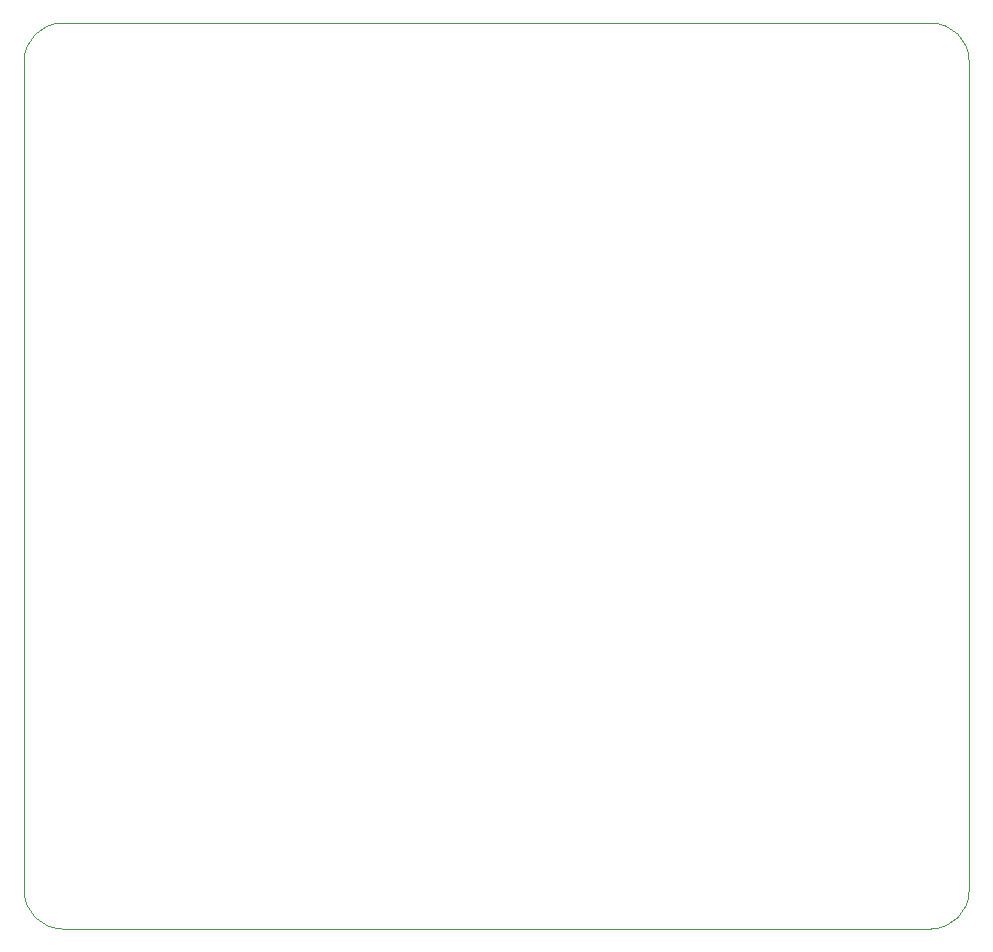
<source format=gm1>
%TF.GenerationSoftware,KiCad,Pcbnew,7.0.1*%
%TF.CreationDate,2023-03-20T23:29:57+09:00*%
%TF.ProjectId,TangNano20K_PmodBase,54616e67-4e61-46e6-9f32-304b5f506d6f,rev?*%
%TF.SameCoordinates,Original*%
%TF.FileFunction,Profile,NP*%
%FSLAX46Y46*%
G04 Gerber Fmt 4.6, Leading zero omitted, Abs format (unit mm)*
G04 Created by KiCad (PCBNEW 7.0.1) date 2023-03-20 23:29:57*
%MOMM*%
%LPD*%
G01*
G04 APERTURE LIST*
%TA.AperFunction,Profile*%
%ADD10C,0.100000*%
%TD*%
G04 APERTURE END LIST*
D10*
X76500000Y-101800000D02*
G75*
G03*
X79700000Y-105000000I3200000J0D01*
G01*
X153300000Y-105000000D02*
G75*
G03*
X156500000Y-101800000I0J3200000D01*
G01*
X156500000Y-31530000D02*
G75*
G03*
X153300000Y-28330000I-3200000J0D01*
G01*
X79700000Y-28330000D02*
X153300000Y-28330000D01*
X79700000Y-28330000D02*
G75*
G03*
X76500000Y-31530000I0J-3200000D01*
G01*
X79700000Y-105000000D02*
X153300000Y-105000000D01*
X76500000Y-101800000D02*
X76500000Y-31530000D01*
X156500000Y-31530000D02*
X156500000Y-101800000D01*
M02*

</source>
